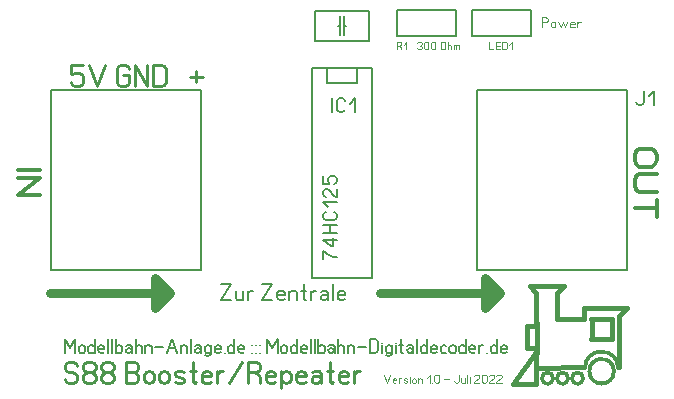
<source format=gbr>
%FSLAX34Y34*%
%MOMM*%
%LNSILK_TOP*%
G71*
G01*
%ADD10C,0.150*%
%ADD11C,0.222*%
%ADD12C,0.089*%
%ADD13C,0.400*%
%ADD14C,0.300*%
%ADD15C,0.333*%
%ADD16C,0.111*%
%ADD17C,0.800*%
%ADD18C,0.178*%
%ADD19C,0.144*%
%ADD20C,0.206*%
%LPD*%
G54D10*
X348825Y940045D02*
X298025Y940045D01*
X298025Y762245D01*
X348825Y762245D01*
X348825Y940045D01*
G54D10*
X336125Y940045D02*
X310725Y940045D01*
X310725Y927345D01*
X336125Y927345D01*
X336125Y940045D01*
G54D10*
X77420Y768350D02*
X204420Y768350D01*
X204420Y920750D01*
X77420Y920750D01*
X77420Y768350D01*
G54D10*
X565100Y920750D02*
X438100Y920750D01*
X438100Y768350D01*
X565100Y768350D01*
X565100Y920750D01*
G54D10*
X300750Y988060D02*
X300750Y962660D01*
X346950Y962660D01*
X346950Y988060D01*
X300750Y988060D01*
G54D10*
X322250Y983360D02*
X322250Y967360D01*
G54D10*
X325450Y983360D02*
X325450Y967360D01*
G54D10*
X322250Y975360D02*
X320650Y975360D01*
G54D10*
X325450Y975360D02*
X327050Y975360D01*
G54D11*
X104647Y942338D02*
X93980Y942338D01*
X93980Y934560D01*
X95313Y934560D01*
X97980Y935671D01*
X100647Y935671D01*
X103313Y934560D01*
X104647Y932338D01*
X104647Y927893D01*
X103313Y925671D01*
X100647Y924560D01*
X97980Y924560D01*
X95313Y925671D01*
X93980Y927893D01*
G54D11*
X109536Y942338D02*
X116203Y924560D01*
X122869Y942338D01*
G54D11*
X138247Y933449D02*
X143581Y933449D01*
X143581Y927893D01*
X142247Y925671D01*
X139581Y924560D01*
X136914Y924560D01*
X134247Y925671D01*
X132914Y927893D01*
X132914Y939004D01*
X134247Y941227D01*
X136914Y942338D01*
X139581Y942338D01*
X142247Y941227D01*
X143581Y939004D01*
G54D11*
X148470Y924560D02*
X148470Y942338D01*
X159137Y924560D01*
X159137Y942338D01*
G54D11*
X164026Y924560D02*
X164026Y942338D01*
X170693Y942338D01*
X173359Y941227D01*
X174693Y939004D01*
X174693Y927893D01*
X173359Y925671D01*
X170693Y924560D01*
X164026Y924560D01*
G54D11*
X195050Y932338D02*
X205717Y932338D01*
G54D11*
X200383Y936782D02*
X200383Y927893D01*
G54D11*
X88900Y676433D02*
X90233Y674211D01*
X92900Y673100D01*
X95567Y673100D01*
X98233Y674211D01*
X99567Y676433D01*
X99567Y678656D01*
X98233Y680878D01*
X95567Y681989D01*
X92900Y681989D01*
X90233Y683100D01*
X88900Y685322D01*
X88900Y687544D01*
X90233Y689767D01*
X92900Y690878D01*
X95567Y690878D01*
X98233Y689767D01*
X99567Y687544D01*
G54D11*
X111123Y681989D02*
X108456Y681989D01*
X105789Y683100D01*
X104456Y685322D01*
X104456Y687544D01*
X105789Y689767D01*
X108456Y690878D01*
X111123Y690878D01*
X113789Y689767D01*
X115123Y687544D01*
X115123Y685322D01*
X113789Y683100D01*
X111123Y681989D01*
X113789Y680878D01*
X115123Y678656D01*
X115123Y676433D01*
X113789Y674211D01*
X111123Y673100D01*
X108456Y673100D01*
X105789Y674211D01*
X104456Y676433D01*
X104456Y678656D01*
X105789Y680878D01*
X108456Y681989D01*
G54D11*
X126679Y681989D02*
X124012Y681989D01*
X121345Y683100D01*
X120012Y685322D01*
X120012Y687544D01*
X121345Y689767D01*
X124012Y690878D01*
X126679Y690878D01*
X129345Y689767D01*
X130679Y687544D01*
X130679Y685322D01*
X129345Y683100D01*
X126679Y681989D01*
X129345Y680878D01*
X130679Y678656D01*
X130679Y676433D01*
X129345Y674211D01*
X126679Y673100D01*
X124012Y673100D01*
X121345Y674211D01*
X120012Y676433D01*
X120012Y678656D01*
X121345Y680878D01*
X124012Y681989D01*
G54D11*
X140724Y673100D02*
X140724Y690878D01*
X147391Y690878D01*
X150057Y689767D01*
X151391Y687544D01*
X151391Y685322D01*
X150057Y683100D01*
X147391Y681989D01*
X150057Y680878D01*
X151391Y678656D01*
X151391Y676433D01*
X150057Y674211D01*
X147391Y673100D01*
X140724Y673100D01*
G54D11*
X140724Y681989D02*
X147391Y681989D01*
G54D11*
X164280Y675767D02*
X164280Y680211D01*
X162947Y682433D01*
X160280Y683100D01*
X157613Y682433D01*
X156280Y680211D01*
X156280Y675767D01*
X157613Y673544D01*
X160280Y673100D01*
X162947Y673544D01*
X164280Y675767D01*
G54D11*
X177169Y675767D02*
X177169Y680211D01*
X175836Y682433D01*
X173169Y683100D01*
X170502Y682433D01*
X169169Y680211D01*
X169169Y675767D01*
X170502Y673544D01*
X173169Y673100D01*
X175836Y673544D01*
X177169Y675767D01*
G54D11*
X182058Y674211D02*
X184725Y673100D01*
X187391Y673100D01*
X190058Y674211D01*
X190058Y676433D01*
X188725Y677544D01*
X183391Y678656D01*
X182058Y679767D01*
X182058Y681989D01*
X184725Y683100D01*
X187391Y683100D01*
X190058Y681989D01*
G54D11*
X197614Y690878D02*
X197614Y674211D01*
X198947Y673100D01*
X200280Y673544D01*
G54D11*
X194947Y683100D02*
X200280Y683100D01*
G54D11*
X213169Y674211D02*
X211036Y673100D01*
X208369Y673100D01*
X205702Y674211D01*
X205169Y676433D01*
X205169Y680211D01*
X206502Y682433D01*
X209169Y683100D01*
X211836Y682433D01*
X213169Y680878D01*
X213169Y678656D01*
X205169Y678656D01*
G54D11*
X218058Y673100D02*
X218058Y683100D01*
G54D11*
X218058Y680878D02*
X220725Y683100D01*
X223391Y683100D01*
G54D11*
X228280Y673100D02*
X238947Y690878D01*
G54D11*
X249169Y681989D02*
X253169Y679767D01*
X254503Y677544D01*
X254503Y673100D01*
G54D11*
X243836Y673100D02*
X243836Y690878D01*
X250503Y690878D01*
X253169Y689767D01*
X254503Y687544D01*
X254503Y685322D01*
X253169Y683100D01*
X250503Y681989D01*
X243836Y681989D01*
G54D11*
X267392Y674211D02*
X265259Y673100D01*
X262592Y673100D01*
X259925Y674211D01*
X259392Y676433D01*
X259392Y680211D01*
X260725Y682433D01*
X263392Y683100D01*
X266059Y682433D01*
X267392Y680878D01*
X267392Y678656D01*
X259392Y678656D01*
G54D11*
X272281Y683100D02*
X272281Y668656D01*
G54D11*
X272281Y676433D02*
X273614Y673544D01*
X276281Y673100D01*
X278948Y673544D01*
X280281Y675767D01*
X280281Y680211D01*
X278948Y682433D01*
X276281Y683100D01*
X273614Y682433D01*
X272281Y679767D01*
G54D11*
X293170Y674211D02*
X291037Y673100D01*
X288370Y673100D01*
X285703Y674211D01*
X285170Y676433D01*
X285170Y680211D01*
X286503Y682433D01*
X289170Y683100D01*
X291837Y682433D01*
X293170Y680878D01*
X293170Y678656D01*
X285170Y678656D01*
G54D11*
X298059Y681989D02*
X300726Y683100D01*
X303926Y683100D01*
X306059Y680878D01*
X306059Y673100D01*
G54D11*
X306059Y676433D02*
X304726Y678656D01*
X302059Y679100D01*
X299392Y678656D01*
X298059Y676433D01*
X298592Y674211D01*
X300726Y673100D01*
X302059Y673100D01*
X302592Y673100D01*
X304726Y674211D01*
X306059Y676433D01*
G54D11*
X313615Y690878D02*
X313615Y674211D01*
X314948Y673100D01*
X316281Y673544D01*
G54D11*
X310948Y683100D02*
X316281Y683100D01*
G54D11*
X329170Y674211D02*
X327037Y673100D01*
X324370Y673100D01*
X321703Y674211D01*
X321170Y676433D01*
X321170Y680211D01*
X322503Y682433D01*
X325170Y683100D01*
X327837Y682433D01*
X329170Y680878D01*
X329170Y678656D01*
X321170Y678656D01*
G54D11*
X334059Y673100D02*
X334059Y683100D01*
G54D11*
X334059Y680878D02*
X336726Y683100D01*
X339392Y683100D01*
G54D12*
X359409Y680211D02*
X362076Y673100D01*
X364743Y680211D01*
G54D12*
X369898Y673544D02*
X369045Y673100D01*
X367978Y673100D01*
X366912Y673544D01*
X366698Y674433D01*
X366698Y675944D01*
X367232Y676833D01*
X368298Y677100D01*
X369365Y676833D01*
X369898Y676211D01*
X369898Y675322D01*
X366698Y675322D01*
G54D12*
X371854Y673100D02*
X371854Y677100D01*
G54D12*
X371854Y676211D02*
X372921Y677100D01*
X373988Y677100D01*
G54D12*
X375943Y673544D02*
X377010Y673100D01*
X378077Y673100D01*
X379144Y673544D01*
X379143Y674433D01*
X378610Y674878D01*
X376477Y675322D01*
X375943Y675767D01*
X375943Y676656D01*
X377010Y677100D01*
X378077Y677100D01*
X379143Y676656D01*
G54D12*
X381099Y673100D02*
X381099Y677100D01*
G54D12*
X381099Y678433D02*
X381099Y678433D01*
G54D12*
X386255Y674167D02*
X386255Y675944D01*
X385722Y676833D01*
X384655Y677100D01*
X383589Y676833D01*
X383055Y675944D01*
X383055Y674167D01*
X383589Y673278D01*
X384655Y673100D01*
X385722Y673278D01*
X386255Y674167D01*
G54D12*
X388211Y673100D02*
X388211Y677100D01*
G54D12*
X388211Y676211D02*
X388745Y676833D01*
X389811Y677100D01*
X390878Y676833D01*
X391411Y676211D01*
X391411Y673100D01*
G54D12*
X395430Y677544D02*
X398097Y680211D01*
X398097Y673100D01*
G54D12*
X400053Y673100D02*
X400053Y673100D01*
G54D12*
X406276Y678878D02*
X406276Y674433D01*
X405743Y673544D01*
X404676Y673100D01*
X403609Y673100D01*
X402543Y673544D01*
X402009Y674433D01*
X402009Y678878D01*
X402543Y679767D01*
X403609Y680211D01*
X404676Y680211D01*
X405743Y679767D01*
X406276Y678878D01*
G54D12*
X410295Y676211D02*
X414562Y676211D01*
G54D12*
X422848Y680211D02*
X422848Y674433D01*
X422315Y673544D01*
X421248Y673100D01*
X420181Y673100D01*
X419115Y673544D01*
X418581Y674433D01*
G54D12*
X428004Y677100D02*
X428004Y673100D01*
G54D12*
X428004Y673989D02*
X427471Y673278D01*
X426404Y673100D01*
X425338Y673278D01*
X424804Y673989D01*
X424804Y677100D01*
G54D12*
X429960Y673100D02*
X429960Y680211D01*
G54D12*
X431916Y673100D02*
X431916Y677100D01*
G54D12*
X431916Y678433D02*
X431916Y678433D01*
G54D12*
X440202Y673100D02*
X435935Y673100D01*
X435935Y673544D01*
X436469Y674433D01*
X439669Y677100D01*
X440202Y677989D01*
X440202Y678878D01*
X439669Y679766D01*
X438602Y680211D01*
X437535Y680211D01*
X436469Y679767D01*
X435935Y678878D01*
G54D12*
X446425Y678878D02*
X446425Y674433D01*
X445892Y673544D01*
X444825Y673100D01*
X443758Y673100D01*
X442692Y673544D01*
X442158Y674433D01*
X442158Y678878D01*
X442692Y679767D01*
X443758Y680211D01*
X444825Y680211D01*
X445892Y679767D01*
X446425Y678878D01*
G54D12*
X452648Y673100D02*
X448381Y673100D01*
X448381Y673544D01*
X448915Y674433D01*
X452115Y677100D01*
X452648Y677989D01*
X452648Y678878D01*
X452115Y679767D01*
X451048Y680211D01*
X449981Y680211D01*
X448915Y679767D01*
X448381Y678878D01*
G54D12*
X458871Y673100D02*
X454604Y673100D01*
X454604Y673544D01*
X455138Y674433D01*
X458338Y677100D01*
X458871Y677989D01*
X458871Y678878D01*
X458338Y679767D01*
X457271Y680211D01*
X456204Y680211D01*
X455138Y679767D01*
X454604Y678878D01*
G54D13*
X488550Y724190D02*
X488550Y698790D01*
X488150Y698890D01*
X468250Y672390D01*
X487750Y672390D01*
X488450Y673690D01*
X488450Y696790D01*
X488450Y702190D01*
X488250Y702390D01*
X480250Y702390D01*
X480250Y720790D01*
X480450Y720990D01*
X486450Y720990D01*
X487150Y721690D01*
G54D13*
X488550Y686090D02*
X528650Y686190D01*
G54D14*
G75*
G01X557550Y685690D02*
G03X529550Y685690I-14000J0D01*
G01*
G54D13*
X488450Y724290D02*
X488450Y745890D01*
X488450Y749190D01*
X482850Y754790D01*
X511550Y754790D01*
X508550Y751790D01*
X505550Y749190D01*
X505550Y727690D01*
X505750Y727490D01*
X528650Y727490D01*
X528850Y727290D01*
X528850Y736390D01*
X564850Y736390D01*
X565250Y736790D01*
X565250Y736390D01*
X558350Y729490D01*
X558350Y686190D01*
G54D14*
G75*
G01X502650Y677090D02*
G03X502650Y677090I-4800J0D01*
G01*
G54D14*
G75*
G01X515350Y677090D02*
G03X515350Y677090I-4800J0D01*
G01*
G54D14*
G75*
G01X528050Y677090D02*
G03X528050Y677090I-4800J0D01*
G01*
G54D14*
G75*
G01X554050Y682990D02*
G03X554050Y682990I-10400J0D01*
G01*
G54D13*
X535350Y726890D02*
X535350Y710490D01*
X535050Y710190D01*
X552050Y710190D01*
X552350Y710490D01*
X552350Y726890D01*
X535050Y726890D01*
G54D15*
X586667Y856287D02*
X575000Y856287D01*
X572667Y858153D01*
X571500Y861887D01*
X571500Y865620D01*
X572667Y869353D01*
X575000Y871220D01*
X586667Y871220D01*
X589000Y869353D01*
X590167Y865620D01*
X590167Y861887D01*
X589000Y858153D01*
X586667Y856287D01*
G54D15*
X590167Y849754D02*
X575000Y849754D01*
X572667Y847887D01*
X571500Y844154D01*
X571500Y840421D01*
X572667Y836687D01*
X575000Y834821D01*
X590167Y834821D01*
G54D15*
X571500Y820821D02*
X590167Y820821D01*
G54D15*
X590167Y828288D02*
X590167Y813355D01*
G54D15*
X49530Y853440D02*
X68197Y853440D01*
G54D15*
X49530Y846907D02*
X68197Y846907D01*
X49530Y831974D01*
X68197Y831974D01*
G54D10*
X370000Y966900D02*
X370000Y988900D01*
X420000Y988900D01*
X420000Y966900D01*
X370000Y966900D01*
G54D16*
X372034Y958651D02*
X373434Y957874D01*
X373901Y957096D01*
X373901Y955540D01*
G54D16*
X370168Y955540D02*
X370168Y961763D01*
X372501Y961763D01*
X373434Y961374D01*
X373901Y960596D01*
X373901Y959818D01*
X373434Y959040D01*
X372501Y958651D01*
X370168Y958651D01*
G54D16*
X376078Y959429D02*
X378412Y961763D01*
X378412Y955540D01*
G54D16*
X387402Y960596D02*
X387869Y961374D01*
X388802Y961763D01*
X389736Y961763D01*
X390669Y961374D01*
X391136Y960596D01*
X391136Y959818D01*
X390669Y959040D01*
X389736Y958651D01*
X390669Y958263D01*
X391136Y957485D01*
X391136Y956707D01*
X390669Y955929D01*
X389736Y955540D01*
X388802Y955540D01*
X387869Y955929D01*
X387402Y956707D01*
G54D16*
X397047Y960596D02*
X397047Y956707D01*
X396580Y955929D01*
X395647Y955540D01*
X394714Y955540D01*
X393780Y955929D01*
X393314Y956707D01*
X393314Y960596D01*
X393780Y961374D01*
X394714Y961763D01*
X395647Y961763D01*
X396580Y961374D01*
X397047Y960596D01*
G54D16*
X402958Y960596D02*
X402958Y956707D01*
X402491Y955929D01*
X401558Y955540D01*
X400624Y955540D01*
X399691Y955929D01*
X399224Y956707D01*
X399224Y960596D01*
X399691Y961374D01*
X400624Y961763D01*
X401558Y961763D01*
X402491Y961374D01*
X402958Y960596D01*
G54D16*
X411140Y960596D02*
X411140Y956707D01*
X410673Y955929D01*
X409740Y955540D01*
X408806Y955540D01*
X407873Y955929D01*
X407406Y956707D01*
X407406Y960596D01*
X407873Y961374D01*
X408806Y961763D01*
X409740Y961763D01*
X410673Y961374D01*
X411140Y960596D01*
G54D16*
X413318Y955540D02*
X413318Y961763D01*
G54D16*
X413318Y958029D02*
X413784Y958807D01*
X414718Y959040D01*
X415651Y958807D01*
X416118Y958029D01*
X416118Y955540D01*
G54D16*
X418296Y955540D02*
X418296Y959040D01*
G54D16*
X418296Y958418D02*
X419229Y959040D01*
X420162Y958807D01*
X420629Y958263D01*
X420629Y955540D01*
G54D16*
X420629Y958418D02*
X421562Y959040D01*
X422496Y958807D01*
X422962Y958263D01*
X422962Y955540D01*
G54D10*
X433500Y966900D02*
X433500Y988900D01*
X483500Y988900D01*
X483500Y966900D01*
X433500Y966900D01*
G54D16*
X448569Y961789D02*
X448569Y955566D01*
X451835Y955566D01*
G54D16*
X457280Y955566D02*
X454014Y955566D01*
X454014Y961789D01*
X457280Y961789D01*
G54D16*
X454014Y958678D02*
X457280Y958678D01*
G54D16*
X459459Y955566D02*
X459459Y961789D01*
X461792Y961789D01*
X462725Y961400D01*
X463192Y960622D01*
X463192Y956733D01*
X462725Y955955D01*
X461792Y955566D01*
X459459Y955566D01*
G54D16*
X465370Y959455D02*
X467703Y961789D01*
X467703Y955566D01*
G54D17*
X355600Y749300D02*
X457200Y749300D01*
X444500Y736600D01*
X444500Y762000D01*
X457200Y749300D01*
G54D17*
X76200Y749300D02*
X177800Y749300D01*
X165100Y736600D01*
X165100Y762000D01*
X177800Y749300D01*
G54D18*
X221363Y757263D02*
X229896Y757263D01*
X221363Y743041D01*
X229896Y743041D01*
G54D18*
X240207Y751041D02*
X240207Y743041D01*
G54D18*
X240207Y744818D02*
X239140Y743396D01*
X237007Y743041D01*
X234873Y743396D01*
X233807Y744818D01*
X233807Y751041D01*
G54D18*
X244118Y743041D02*
X244118Y751041D01*
G54D18*
X244118Y749263D02*
X246251Y751041D01*
X248384Y751041D01*
G54D18*
X256420Y757263D02*
X264953Y757263D01*
X256420Y743041D01*
X264953Y743041D01*
G54D18*
X275264Y743929D02*
X273557Y743041D01*
X271424Y743041D01*
X269290Y743929D01*
X268864Y745707D01*
X268864Y748729D01*
X269930Y750507D01*
X272064Y751041D01*
X274197Y750507D01*
X275264Y749263D01*
X275264Y747485D01*
X268864Y747485D01*
G54D18*
X279175Y743041D02*
X279175Y751041D01*
G54D18*
X279175Y749263D02*
X280241Y750507D01*
X282375Y751041D01*
X284508Y750507D01*
X285575Y749263D01*
X285575Y743041D01*
G54D18*
X291619Y757263D02*
X291619Y743929D01*
X292686Y743041D01*
X293752Y743396D01*
G54D18*
X289486Y751041D02*
X293752Y751041D01*
G54D18*
X297664Y743041D02*
X297664Y751041D01*
G54D18*
X297664Y749263D02*
X299797Y751041D01*
X301930Y751041D01*
G54D18*
X305842Y750152D02*
X307975Y751041D01*
X310535Y751041D01*
X312242Y749263D01*
X312242Y743041D01*
G54D18*
X312242Y745707D02*
X311175Y747485D01*
X309042Y747841D01*
X306908Y747485D01*
X305842Y745707D01*
X306268Y743929D01*
X307975Y743041D01*
X309042Y743041D01*
X309468Y743041D01*
X311175Y743929D01*
X312242Y745707D01*
G54D18*
X316153Y743041D02*
X316153Y757263D01*
G54D18*
X326464Y743929D02*
X324757Y743041D01*
X322624Y743041D01*
X320490Y743929D01*
X320064Y745707D01*
X320064Y748729D01*
X321130Y750507D01*
X323264Y751041D01*
X325397Y750507D01*
X326464Y749263D01*
X326464Y747485D01*
X320064Y747485D01*
G54D19*
X88900Y698500D02*
X88900Y710056D01*
X93233Y702833D01*
X97567Y710056D01*
X97567Y698500D01*
G54D19*
X105945Y700233D02*
X105945Y703122D01*
X105078Y704567D01*
X103345Y705000D01*
X101612Y704567D01*
X100745Y703122D01*
X100745Y700233D01*
X101612Y698789D01*
X103345Y698500D01*
X105078Y698789D01*
X105945Y700233D01*
G54D19*
X114323Y698500D02*
X114323Y710056D01*
G54D19*
X114323Y703122D02*
X113456Y704567D01*
X111723Y705000D01*
X109990Y704567D01*
X109123Y703122D01*
X109123Y700233D01*
X109990Y698789D01*
X111723Y698500D01*
X113456Y698789D01*
X114323Y700233D01*
G54D19*
X122701Y699222D02*
X121314Y698500D01*
X119581Y698500D01*
X117848Y699222D01*
X117501Y700667D01*
X117501Y703122D01*
X118368Y704567D01*
X120101Y705000D01*
X121834Y704567D01*
X122701Y703556D01*
X122701Y702111D01*
X117501Y702111D01*
G54D19*
X125879Y698500D02*
X125879Y710056D01*
G54D19*
X129057Y698500D02*
X129057Y710056D01*
G54D19*
X132235Y698500D02*
X132235Y710056D01*
G54D19*
X132235Y703122D02*
X133102Y704567D01*
X134835Y705000D01*
X136568Y704567D01*
X137435Y703122D01*
X137435Y700233D01*
X136568Y698789D01*
X134835Y698500D01*
X133102Y698789D01*
X132235Y700233D01*
G54D19*
X140613Y704278D02*
X142346Y705000D01*
X144426Y705000D01*
X145813Y703556D01*
X145813Y698500D01*
G54D19*
X145813Y700667D02*
X144946Y702111D01*
X143213Y702400D01*
X141480Y702111D01*
X140613Y700667D01*
X140960Y699222D01*
X142346Y698500D01*
X143213Y698500D01*
X143560Y698500D01*
X144946Y699222D01*
X145813Y700667D01*
G54D19*
X148991Y698500D02*
X148991Y710056D01*
G54D19*
X148991Y703122D02*
X149858Y704567D01*
X151591Y705000D01*
X153324Y704567D01*
X154191Y703122D01*
X154191Y698500D01*
G54D19*
X157369Y698500D02*
X157369Y705000D01*
G54D19*
X157369Y703556D02*
X158236Y704567D01*
X159969Y705000D01*
X161702Y704567D01*
X162569Y703556D01*
X162569Y698500D01*
G54D19*
X165747Y703556D02*
X172680Y703556D01*
G54D19*
X175858Y698500D02*
X180191Y710056D01*
X184525Y698500D01*
G54D19*
X177591Y702833D02*
X182791Y702833D01*
G54D19*
X187703Y698500D02*
X187703Y705000D01*
G54D19*
X187703Y703556D02*
X188570Y704567D01*
X190303Y705000D01*
X192036Y704567D01*
X192903Y703556D01*
X192903Y698500D01*
G54D19*
X196081Y698500D02*
X196081Y710056D01*
G54D19*
X199259Y704278D02*
X200992Y705000D01*
X203072Y705000D01*
X204459Y703556D01*
X204459Y698500D01*
G54D19*
X204459Y700667D02*
X203592Y702111D01*
X201859Y702400D01*
X200126Y702111D01*
X199259Y700667D01*
X199606Y699222D01*
X200992Y698500D01*
X201859Y698500D01*
X202206Y698500D01*
X203592Y699222D01*
X204459Y700667D01*
G54D19*
X207637Y696333D02*
X209370Y695611D01*
X210584Y695611D01*
X212317Y696333D01*
X212837Y697778D01*
X212837Y705000D01*
G54D19*
X212837Y703122D02*
X211970Y704567D01*
X210237Y705000D01*
X208504Y704567D01*
X207637Y703122D01*
X207637Y700233D01*
X208504Y698789D01*
X210237Y698500D01*
X211970Y698789D01*
X212837Y700233D01*
G54D19*
X221215Y699222D02*
X219828Y698500D01*
X218095Y698500D01*
X216362Y699222D01*
X216015Y700667D01*
X216015Y703122D01*
X216882Y704567D01*
X218615Y705000D01*
X220348Y704567D01*
X221215Y703556D01*
X221215Y702111D01*
X216015Y702111D01*
G54D19*
X224393Y698500D02*
X224393Y698500D01*
G54D19*
X232771Y698500D02*
X232771Y710056D01*
G54D19*
X232771Y703122D02*
X231904Y704567D01*
X230171Y705000D01*
X228438Y704567D01*
X227571Y703122D01*
X227571Y700233D01*
X228438Y698789D01*
X230171Y698500D01*
X231904Y698789D01*
X232771Y700233D01*
G54D19*
X241149Y699222D02*
X239762Y698500D01*
X238029Y698500D01*
X236296Y699222D01*
X235949Y700667D01*
X235949Y703122D01*
X236816Y704567D01*
X238549Y705000D01*
X240282Y704567D01*
X241149Y703556D01*
X241149Y702111D01*
X235949Y702111D01*
G54D19*
X247678Y698500D02*
X247678Y698500D01*
G54D19*
X247678Y705000D02*
X247678Y705000D01*
G54D19*
X250856Y698500D02*
X250856Y698500D01*
G54D19*
X250856Y705000D02*
X250856Y705000D01*
G54D19*
X254034Y698500D02*
X254034Y698500D01*
G54D19*
X254034Y705000D02*
X254034Y705000D01*
G54D19*
X260563Y698500D02*
X260563Y710056D01*
X264896Y702833D01*
X269230Y710056D01*
X269230Y698500D01*
G54D19*
X277608Y700233D02*
X277608Y703122D01*
X276741Y704567D01*
X275008Y705000D01*
X273275Y704567D01*
X272408Y703122D01*
X272408Y700233D01*
X273275Y698789D01*
X275008Y698500D01*
X276741Y698789D01*
X277608Y700233D01*
G54D19*
X285986Y698500D02*
X285986Y710056D01*
G54D19*
X285986Y703122D02*
X285119Y704567D01*
X283386Y705000D01*
X281653Y704567D01*
X280786Y703122D01*
X280786Y700233D01*
X281653Y698789D01*
X283386Y698500D01*
X285119Y698789D01*
X285986Y700233D01*
G54D19*
X294364Y699222D02*
X292977Y698500D01*
X291244Y698500D01*
X289511Y699222D01*
X289164Y700667D01*
X289164Y703122D01*
X290031Y704567D01*
X291764Y705000D01*
X293497Y704567D01*
X294364Y703556D01*
X294364Y702111D01*
X289164Y702111D01*
G54D19*
X297542Y698500D02*
X297542Y710056D01*
G54D19*
X300720Y698500D02*
X300720Y710056D01*
G54D19*
X303898Y698500D02*
X303898Y710056D01*
G54D19*
X303898Y703122D02*
X304765Y704567D01*
X306498Y705000D01*
X308231Y704567D01*
X309098Y703122D01*
X309098Y700233D01*
X308231Y698789D01*
X306498Y698500D01*
X304765Y698789D01*
X303898Y700233D01*
G54D19*
X312276Y704278D02*
X314009Y705000D01*
X316089Y705000D01*
X317476Y703556D01*
X317476Y698500D01*
G54D19*
X317476Y700667D02*
X316609Y702111D01*
X314876Y702400D01*
X313143Y702111D01*
X312276Y700667D01*
X312623Y699222D01*
X314009Y698500D01*
X314876Y698500D01*
X315223Y698500D01*
X316609Y699222D01*
X317476Y700667D01*
G54D19*
X320654Y698500D02*
X320654Y710056D01*
G54D19*
X320654Y703122D02*
X321521Y704567D01*
X323254Y705000D01*
X324987Y704567D01*
X325854Y703122D01*
X325854Y698500D01*
G54D19*
X329032Y698500D02*
X329032Y705000D01*
G54D19*
X329032Y703556D02*
X329899Y704567D01*
X331632Y705000D01*
X333365Y704567D01*
X334232Y703556D01*
X334232Y698500D01*
G54D19*
X337410Y703556D02*
X344343Y703556D01*
G54D19*
X347521Y698500D02*
X347521Y710056D01*
X351854Y710056D01*
X353588Y709333D01*
X354454Y707889D01*
X354454Y700667D01*
X353588Y699222D01*
X351854Y698500D01*
X347521Y698500D01*
G54D19*
X357632Y698500D02*
X357632Y705000D01*
G54D19*
X357632Y707167D02*
X357632Y707167D01*
G54D19*
X360810Y696333D02*
X362543Y695611D01*
X363757Y695611D01*
X365490Y696333D01*
X366010Y697778D01*
X366010Y705000D01*
G54D19*
X366010Y703122D02*
X365143Y704567D01*
X363410Y705000D01*
X361677Y704567D01*
X360810Y703122D01*
X360810Y700233D01*
X361677Y698789D01*
X363410Y698500D01*
X365143Y698789D01*
X366010Y700233D01*
G54D19*
X369188Y698500D02*
X369188Y705000D01*
G54D19*
X369188Y707167D02*
X369188Y707167D01*
G54D19*
X374099Y710056D02*
X374099Y699222D01*
X374966Y698500D01*
X375833Y698789D01*
G54D19*
X372366Y705000D02*
X375833Y705000D01*
G54D19*
X379011Y704278D02*
X380744Y705000D01*
X382824Y705000D01*
X384211Y703556D01*
X384211Y698500D01*
G54D19*
X384211Y700667D02*
X383344Y702111D01*
X381611Y702400D01*
X379878Y702111D01*
X379011Y700667D01*
X379358Y699222D01*
X380744Y698500D01*
X381611Y698500D01*
X381958Y698500D01*
X383344Y699222D01*
X384211Y700667D01*
G54D19*
X387389Y698500D02*
X387389Y710056D01*
G54D19*
X395767Y698500D02*
X395767Y710056D01*
G54D19*
X395767Y703122D02*
X394900Y704567D01*
X393167Y705000D01*
X391434Y704567D01*
X390567Y703122D01*
X390567Y700233D01*
X391434Y698789D01*
X393167Y698500D01*
X394900Y698789D01*
X395767Y700233D01*
G54D19*
X404145Y699222D02*
X402758Y698500D01*
X401025Y698500D01*
X399292Y699222D01*
X398945Y700667D01*
X398945Y703122D01*
X399812Y704567D01*
X401545Y705000D01*
X403278Y704567D01*
X404145Y703556D01*
X404145Y702111D01*
X398945Y702111D01*
G54D19*
X411656Y704567D02*
X409923Y705000D01*
X408190Y704567D01*
X407323Y703122D01*
X407323Y700233D01*
X408190Y698789D01*
X409923Y698500D01*
X411656Y698789D01*
G54D19*
X420034Y700233D02*
X420034Y703122D01*
X419167Y704567D01*
X417434Y705000D01*
X415701Y704567D01*
X414834Y703122D01*
X414834Y700233D01*
X415701Y698789D01*
X417434Y698500D01*
X419167Y698789D01*
X420034Y700233D01*
G54D19*
X428412Y698500D02*
X428412Y710056D01*
G54D19*
X428412Y703122D02*
X427545Y704567D01*
X425812Y705000D01*
X424079Y704567D01*
X423212Y703122D01*
X423212Y700233D01*
X424079Y698789D01*
X425812Y698500D01*
X427545Y698789D01*
X428412Y700233D01*
G54D19*
X436790Y699222D02*
X435403Y698500D01*
X433670Y698500D01*
X431937Y699222D01*
X431590Y700667D01*
X431590Y703122D01*
X432457Y704567D01*
X434190Y705000D01*
X435923Y704567D01*
X436790Y703556D01*
X436790Y702111D01*
X431590Y702111D01*
G54D19*
X439968Y698500D02*
X439968Y705000D01*
G54D19*
X439968Y703556D02*
X441701Y705000D01*
X443435Y705000D01*
G54D19*
X446613Y698500D02*
X446613Y698500D01*
G54D19*
X454991Y698500D02*
X454991Y710056D01*
G54D19*
X454991Y703122D02*
X454124Y704567D01*
X452391Y705000D01*
X450658Y704567D01*
X449791Y703122D01*
X449791Y700233D01*
X450658Y698789D01*
X452391Y698500D01*
X454124Y698789D01*
X454991Y700233D01*
G54D19*
X463369Y699222D02*
X461982Y698500D01*
X460249Y698500D01*
X458516Y699222D01*
X458169Y700667D01*
X458169Y703122D01*
X459036Y704567D01*
X460769Y705000D01*
X462502Y704567D01*
X463369Y703556D01*
X463369Y702111D01*
X458169Y702111D01*
G54D16*
X492760Y974090D02*
X492760Y982979D01*
X496093Y982979D01*
X497427Y982423D01*
X498093Y981312D01*
X498093Y980201D01*
X497427Y979090D01*
X496093Y978534D01*
X492760Y978534D01*
G54D16*
X504537Y975423D02*
X504537Y977646D01*
X503870Y978757D01*
X502537Y979090D01*
X501204Y978757D01*
X500537Y977646D01*
X500537Y975423D01*
X501204Y974312D01*
X502537Y974090D01*
X503870Y974312D01*
X504537Y975423D01*
G54D16*
X506981Y979090D02*
X508981Y974090D01*
X510981Y979090D01*
X512981Y974090D01*
X514314Y979090D01*
G54D16*
X520758Y974646D02*
X519691Y974090D01*
X518358Y974090D01*
X517025Y974646D01*
X516758Y975757D01*
X516758Y977646D01*
X517425Y978757D01*
X518758Y979090D01*
X520091Y978757D01*
X520758Y977979D01*
X520758Y976868D01*
X516758Y976868D01*
G54D16*
X523202Y974090D02*
X523202Y979090D01*
G54D16*
X523202Y977979D02*
X524535Y979090D01*
X525869Y979090D01*
G54D20*
X579283Y920056D02*
X579283Y910667D01*
X578417Y909222D01*
X576683Y908500D01*
X574950Y908500D01*
X573217Y909222D01*
X572350Y910667D01*
G54D20*
X583327Y915722D02*
X587660Y920056D01*
X587660Y908500D01*
G54D20*
X315405Y902395D02*
X315405Y913951D01*
G54D20*
X326382Y904562D02*
X325516Y903117D01*
X323782Y902395D01*
X322049Y902395D01*
X320316Y903117D01*
X319449Y904562D01*
X319449Y911784D01*
X320316Y913228D01*
X322049Y913951D01*
X323782Y913951D01*
X325516Y913228D01*
X326382Y911784D01*
G54D20*
X330426Y909617D02*
X334759Y913951D01*
X334759Y902395D01*
G54D20*
X307699Y777882D02*
X307699Y784815D01*
X309144Y783949D01*
X311310Y782215D01*
X314199Y780482D01*
X316366Y779615D01*
X319255Y779615D01*
G54D20*
X319255Y794059D02*
X307699Y794059D01*
X314921Y788859D01*
X316366Y788859D01*
X316366Y795792D01*
G54D20*
X319255Y799836D02*
X307699Y799836D01*
G54D20*
X319255Y806769D02*
X307699Y806769D01*
G54D20*
X313477Y799836D02*
X313477Y806769D01*
G54D20*
X317088Y817746D02*
X318532Y816880D01*
X319255Y815146D01*
X319255Y813413D01*
X318532Y811680D01*
X317088Y810813D01*
X309866Y810813D01*
X308421Y811680D01*
X307699Y813413D01*
X307699Y815146D01*
X308421Y816880D01*
X309866Y817746D01*
G54D20*
X312032Y821790D02*
X307699Y826123D01*
X319255Y826123D01*
G54D20*
X319255Y837100D02*
X319255Y830167D01*
X318532Y830167D01*
X317088Y831034D01*
X312755Y836234D01*
X311310Y837100D01*
X309866Y837100D01*
X308421Y836234D01*
X307699Y834500D01*
X307699Y832767D01*
X308421Y831034D01*
X309866Y830167D01*
G54D20*
X307699Y848077D02*
X307699Y841144D01*
X312755Y841144D01*
X312755Y842011D01*
X312032Y843744D01*
X312032Y845477D01*
X312755Y847211D01*
X314199Y848077D01*
X317088Y848077D01*
X318532Y847211D01*
X319255Y845477D01*
X319255Y843744D01*
X318532Y842011D01*
X317088Y841144D01*
M02*

</source>
